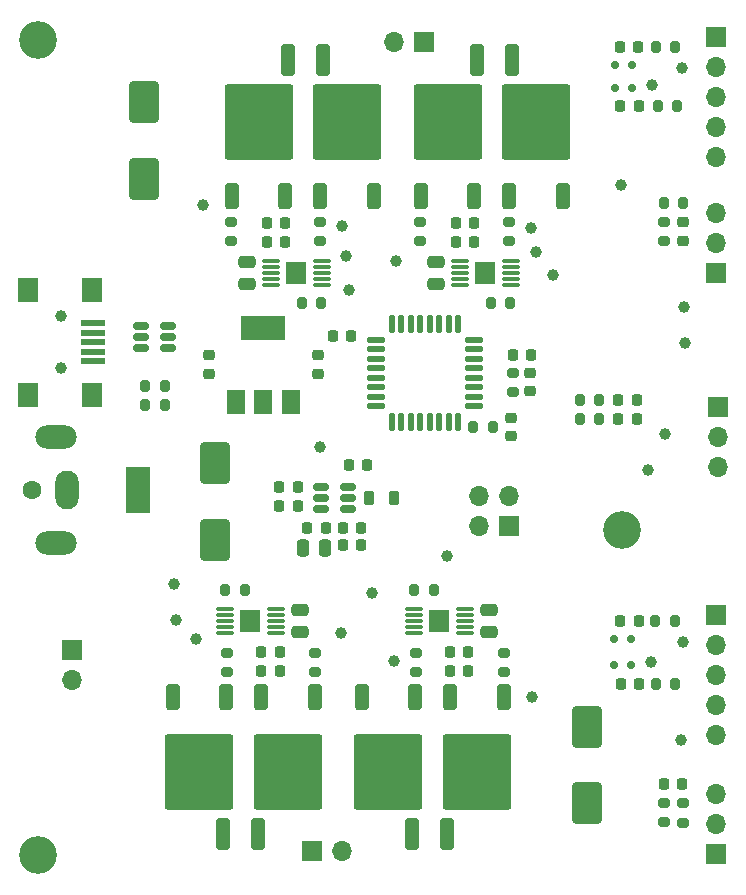
<source format=gbr>
%TF.GenerationSoftware,KiCad,Pcbnew,7.0.1*%
%TF.CreationDate,2024-02-19T12:40:40+01:00*%
%TF.ProjectId,BallBalancer,42616c6c-4261-46c6-916e-6365722e6b69,rev?*%
%TF.SameCoordinates,Original*%
%TF.FileFunction,Soldermask,Top*%
%TF.FilePolarity,Negative*%
%FSLAX46Y46*%
G04 Gerber Fmt 4.6, Leading zero omitted, Abs format (unit mm)*
G04 Created by KiCad (PCBNEW 7.0.1) date 2024-02-19 12:40:40*
%MOMM*%
%LPD*%
G01*
G04 APERTURE LIST*
G04 Aperture macros list*
%AMRoundRect*
0 Rectangle with rounded corners*
0 $1 Rounding radius*
0 $2 $3 $4 $5 $6 $7 $8 $9 X,Y pos of 4 corners*
0 Add a 4 corners polygon primitive as box body*
4,1,4,$2,$3,$4,$5,$6,$7,$8,$9,$2,$3,0*
0 Add four circle primitives for the rounded corners*
1,1,$1+$1,$2,$3*
1,1,$1+$1,$4,$5*
1,1,$1+$1,$6,$7*
1,1,$1+$1,$8,$9*
0 Add four rect primitives between the rounded corners*
20,1,$1+$1,$2,$3,$4,$5,0*
20,1,$1+$1,$4,$5,$6,$7,0*
20,1,$1+$1,$6,$7,$8,$9,0*
20,1,$1+$1,$8,$9,$2,$3,0*%
G04 Aperture macros list end*
%ADD10R,1.700000X1.700000*%
%ADD11O,1.700000X1.700000*%
%ADD12RoundRect,0.218750X0.218750X0.256250X-0.218750X0.256250X-0.218750X-0.256250X0.218750X-0.256250X0*%
%ADD13RoundRect,0.225000X-0.225000X-0.250000X0.225000X-0.250000X0.225000X0.250000X-0.225000X0.250000X0*%
%ADD14RoundRect,0.200000X-0.200000X-0.275000X0.200000X-0.275000X0.200000X0.275000X-0.200000X0.275000X0*%
%ADD15C,1.000000*%
%ADD16RoundRect,0.125000X0.625000X0.125000X-0.625000X0.125000X-0.625000X-0.125000X0.625000X-0.125000X0*%
%ADD17RoundRect,0.125000X0.125000X0.625000X-0.125000X0.625000X-0.125000X-0.625000X0.125000X-0.625000X0*%
%ADD18RoundRect,0.150000X-0.150000X-0.200000X0.150000X-0.200000X0.150000X0.200000X-0.150000X0.200000X0*%
%ADD19RoundRect,0.225000X0.225000X0.250000X-0.225000X0.250000X-0.225000X-0.250000X0.225000X-0.250000X0*%
%ADD20RoundRect,0.150000X-0.512500X-0.150000X0.512500X-0.150000X0.512500X0.150000X-0.512500X0.150000X0*%
%ADD21RoundRect,0.200000X0.200000X0.275000X-0.200000X0.275000X-0.200000X-0.275000X0.200000X-0.275000X0*%
%ADD22RoundRect,0.200000X0.275000X-0.200000X0.275000X0.200000X-0.275000X0.200000X-0.275000X-0.200000X0*%
%ADD23RoundRect,0.250000X1.000000X-1.500000X1.000000X1.500000X-1.000000X1.500000X-1.000000X-1.500000X0*%
%ADD24RoundRect,0.250000X-1.000000X1.500000X-1.000000X-1.500000X1.000000X-1.500000X1.000000X1.500000X0*%
%ADD25RoundRect,0.225000X-0.250000X0.225000X-0.250000X-0.225000X0.250000X-0.225000X0.250000X0.225000X0*%
%ADD26RoundRect,0.075000X-0.650000X-0.075000X0.650000X-0.075000X0.650000X0.075000X-0.650000X0.075000X0*%
%ADD27R,1.680000X1.880000*%
%ADD28RoundRect,0.250000X-0.325000X-1.100000X0.325000X-1.100000X0.325000X1.100000X-0.325000X1.100000X0*%
%ADD29RoundRect,0.250000X0.350000X-0.850000X0.350000X0.850000X-0.350000X0.850000X-0.350000X-0.850000X0*%
%ADD30RoundRect,0.249997X2.650003X-2.950003X2.650003X2.950003X-2.650003X2.950003X-2.650003X-2.950003X0*%
%ADD31RoundRect,0.150000X0.512500X0.150000X-0.512500X0.150000X-0.512500X-0.150000X0.512500X-0.150000X0*%
%ADD32RoundRect,0.250000X0.475000X-0.250000X0.475000X0.250000X-0.475000X0.250000X-0.475000X-0.250000X0*%
%ADD33RoundRect,0.200000X-0.275000X0.200000X-0.275000X-0.200000X0.275000X-0.200000X0.275000X0.200000X0*%
%ADD34C,3.200000*%
%ADD35RoundRect,0.250000X-0.350000X0.850000X-0.350000X-0.850000X0.350000X-0.850000X0.350000X0.850000X0*%
%ADD36RoundRect,0.249997X-2.650003X2.950003X-2.650003X-2.950003X2.650003X-2.950003X2.650003X2.950003X0*%
%ADD37RoundRect,0.250000X-0.475000X0.250000X-0.475000X-0.250000X0.475000X-0.250000X0.475000X0.250000X0*%
%ADD38RoundRect,0.075000X0.650000X0.075000X-0.650000X0.075000X-0.650000X-0.075000X0.650000X-0.075000X0*%
%ADD39RoundRect,0.225000X0.250000X-0.225000X0.250000X0.225000X-0.250000X0.225000X-0.250000X-0.225000X0*%
%ADD40RoundRect,0.218750X-0.218750X-0.381250X0.218750X-0.381250X0.218750X0.381250X-0.218750X0.381250X0*%
%ADD41R,1.500000X2.000000*%
%ADD42R,3.800000X2.000000*%
%ADD43C,1.600000*%
%ADD44R,2.000000X4.000000*%
%ADD45O,2.000000X3.300000*%
%ADD46O,3.500000X2.000000*%
%ADD47RoundRect,0.250000X0.325000X1.100000X-0.325000X1.100000X-0.325000X-1.100000X0.325000X-1.100000X0*%
%ADD48RoundRect,0.250000X-0.250000X-0.475000X0.250000X-0.475000X0.250000X0.475000X-0.250000X0.475000X0*%
%ADD49R,2.000000X0.500000*%
%ADD50R,1.700000X2.000000*%
G04 APERTURE END LIST*
D10*
%TO.C,J10*%
X89410000Y-113660000D03*
D11*
X89410000Y-116200000D03*
%TD*%
D12*
%TO.C,D1*%
X137187500Y-94100000D03*
X135612500Y-94100000D03*
%TD*%
D10*
%TO.C,J4*%
X143900000Y-130900000D03*
D11*
X143900000Y-128360000D03*
X143900000Y-125820000D03*
%TD*%
D10*
%TO.C,J7*%
X143900000Y-81760000D03*
D11*
X143900000Y-79220000D03*
X143900000Y-76680000D03*
%TD*%
D13*
%TO.C,C31*%
X105411451Y-113805292D03*
X106961451Y-113805292D03*
%TD*%
D14*
%TO.C,R5*%
X95575000Y-91300000D03*
X97225000Y-91300000D03*
%TD*%
D15*
%TO.C,TP2*%
X138200000Y-98450000D03*
%TD*%
D16*
%TO.C,U9*%
X123445000Y-93005000D03*
X123445000Y-92205000D03*
X123445000Y-91405000D03*
X123445000Y-90605000D03*
X123445000Y-89805000D03*
X123445000Y-89005000D03*
X123445000Y-88205000D03*
X123445000Y-87405000D03*
D17*
X122070000Y-86030000D03*
X121270000Y-86030000D03*
X120470000Y-86030000D03*
X119670000Y-86030000D03*
X118870000Y-86030000D03*
X118070000Y-86030000D03*
X117270000Y-86030000D03*
X116470000Y-86030000D03*
D16*
X115095000Y-87405000D03*
X115095000Y-88205000D03*
X115095000Y-89005000D03*
X115095000Y-89805000D03*
X115095000Y-90605000D03*
X115095000Y-91405000D03*
X115095000Y-92205000D03*
X115095000Y-93005000D03*
D17*
X116470000Y-94380000D03*
X117270000Y-94380000D03*
X118070000Y-94380000D03*
X118870000Y-94380000D03*
X119670000Y-94380000D03*
X120470000Y-94380000D03*
X121270000Y-94380000D03*
X122070000Y-94380000D03*
%TD*%
D15*
%TO.C,TP17*%
X99850000Y-112700000D03*
%TD*%
D18*
%TO.C,D6*%
X136800000Y-64100000D03*
X135400000Y-64100000D03*
%TD*%
D19*
%TO.C,C32*%
X123462500Y-79120000D03*
X121912500Y-79120000D03*
%TD*%
D20*
%TO.C,U6*%
X110462500Y-99850000D03*
X110462500Y-100800000D03*
X110462500Y-101750000D03*
X112737500Y-101750000D03*
X112737500Y-100800000D03*
X112737500Y-99850000D03*
%TD*%
D21*
%TO.C,R17*%
X110512500Y-84320000D03*
X108862500Y-84320000D03*
%TD*%
D19*
%TO.C,C34*%
X123462500Y-77520000D03*
X121912500Y-77520000D03*
%TD*%
D10*
%TO.C,J5*%
X143900000Y-110740000D03*
D11*
X143900000Y-113280000D03*
X143900000Y-115820000D03*
X143900000Y-118360000D03*
X143900000Y-120900000D03*
%TD*%
D12*
%TO.C,D2*%
X137187500Y-92500000D03*
X135612500Y-92500000D03*
%TD*%
D22*
%TO.C,R22*%
X109986451Y-115530292D03*
X109986451Y-113880292D03*
%TD*%
D15*
%TO.C,TP1*%
X139600000Y-95400000D03*
%TD*%
D18*
%TO.C,D3*%
X136700000Y-114900000D03*
X135300000Y-114900000D03*
%TD*%
D15*
%TO.C,TP22*%
X130150000Y-81900000D03*
%TD*%
D23*
%TO.C,C36*%
X133000000Y-126650000D03*
X133000000Y-120150000D03*
%TD*%
D13*
%TO.C,C13*%
X121411451Y-113805292D03*
X122961451Y-113805292D03*
%TD*%
D15*
%TO.C,TP19*%
X128250000Y-77900000D03*
%TD*%
D21*
%TO.C,R27*%
X126512500Y-84320000D03*
X124862500Y-84320000D03*
%TD*%
D24*
%TO.C,C15*%
X101500000Y-97850000D03*
X101500000Y-104350000D03*
%TD*%
D25*
%TO.C,C1*%
X128200000Y-90225000D03*
X128200000Y-91775000D03*
%TD*%
D13*
%TO.C,C11*%
X121411451Y-115405292D03*
X122961451Y-115405292D03*
%TD*%
D15*
%TO.C,TP4*%
X140930000Y-121320000D03*
%TD*%
D13*
%TO.C,C33*%
X105411451Y-115405292D03*
X106961451Y-115405292D03*
%TD*%
D26*
%TO.C,U4*%
X106237500Y-80720000D03*
X106237500Y-81220000D03*
X106237500Y-81720000D03*
X106237500Y-82220000D03*
X106237500Y-82720000D03*
X110537500Y-82720000D03*
X110537500Y-82220000D03*
X110537500Y-81720000D03*
X110537500Y-81220000D03*
X110537500Y-80720000D03*
D27*
X108387500Y-81720000D03*
%TD*%
D21*
%TO.C,R12*%
X140625000Y-67620000D03*
X138975000Y-67620000D03*
%TD*%
D28*
%TO.C,C27*%
X118211451Y-129205292D03*
X121161451Y-129205292D03*
%TD*%
D29*
%TO.C,Q4*%
X110407500Y-75260000D03*
D30*
X112687500Y-68960000D03*
D29*
X114967500Y-75260000D03*
%TD*%
D28*
%TO.C,C24*%
X102211451Y-129205292D03*
X105161451Y-129205292D03*
%TD*%
D14*
%TO.C,R2*%
X132375000Y-92500000D03*
X134025000Y-92500000D03*
%TD*%
D15*
%TO.C,TP6*%
X138500000Y-65820000D03*
%TD*%
D31*
%TO.C,U2*%
X97537500Y-88100000D03*
X97537500Y-87150000D03*
X97537500Y-86200000D03*
X95262500Y-86200000D03*
X95262500Y-87150000D03*
X95262500Y-88100000D03*
%TD*%
D32*
%TO.C,C20*%
X104187500Y-82670000D03*
X104187500Y-80770000D03*
%TD*%
D19*
%TO.C,C8*%
X137375000Y-67620000D03*
X135825000Y-67620000D03*
%TD*%
D33*
%TO.C,R23*%
X102486451Y-113880292D03*
X102486451Y-115530292D03*
%TD*%
D13*
%TO.C,C26*%
X112325000Y-104800000D03*
X113875000Y-104800000D03*
%TD*%
D34*
%TO.C,H2*%
X136000000Y-103500000D03*
%TD*%
D29*
%TO.C,Q8*%
X126407500Y-75260000D03*
D30*
X128687500Y-68960000D03*
D29*
X130967500Y-75260000D03*
%TD*%
D35*
%TO.C,Q6*%
X102466451Y-117665292D03*
D36*
X100186451Y-123965292D03*
D35*
X97906451Y-117665292D03*
%TD*%
D14*
%TO.C,R14*%
X139475000Y-75835000D03*
X141125000Y-75835000D03*
%TD*%
D34*
%TO.C,H3*%
X86500000Y-62000000D03*
%TD*%
D37*
%TO.C,C19*%
X124686451Y-110255292D03*
X124686451Y-112155292D03*
%TD*%
D35*
%TO.C,Q5*%
X109966451Y-117665292D03*
D36*
X107686451Y-123965292D03*
D35*
X105406451Y-117665292D03*
%TD*%
D14*
%TO.C,R6*%
X95575000Y-92900000D03*
X97225000Y-92900000D03*
%TD*%
D15*
%TO.C,TP24*%
X121150000Y-105700000D03*
%TD*%
D29*
%TO.C,Q7*%
X118907500Y-75260000D03*
D30*
X121187500Y-68960000D03*
D29*
X123467500Y-75260000D03*
%TD*%
D22*
%TO.C,R25*%
X126387500Y-79045000D03*
X126387500Y-77395000D03*
%TD*%
D18*
%TO.C,D5*%
X136800000Y-66100000D03*
X135400000Y-66100000D03*
%TD*%
D19*
%TO.C,C22*%
X114375000Y-98000000D03*
X112825000Y-98000000D03*
%TD*%
D13*
%TO.C,C7*%
X139525000Y-125020000D03*
X141075000Y-125020000D03*
%TD*%
D26*
%TO.C,U8*%
X122237500Y-80720000D03*
X122237500Y-81220000D03*
X122237500Y-81720000D03*
X122237500Y-82220000D03*
X122237500Y-82720000D03*
X126537500Y-82720000D03*
X126537500Y-82220000D03*
X126537500Y-81720000D03*
X126537500Y-81220000D03*
X126537500Y-80720000D03*
D27*
X124387500Y-81720000D03*
%TD*%
D15*
%TO.C,TP5*%
X141100000Y-113000000D03*
%TD*%
D35*
%TO.C,Q2*%
X118466451Y-117665292D03*
D36*
X116186451Y-123965292D03*
D35*
X113906451Y-117665292D03*
%TD*%
D34*
%TO.C,H1*%
X86500000Y-131000000D03*
%TD*%
D38*
%TO.C,U7*%
X106636451Y-112205292D03*
X106636451Y-111705292D03*
X106636451Y-111205292D03*
X106636451Y-110705292D03*
X106636451Y-110205292D03*
X102336451Y-110205292D03*
X102336451Y-110705292D03*
X102336451Y-111205292D03*
X102336451Y-111705292D03*
X102336451Y-112205292D03*
D27*
X104486451Y-111205292D03*
%TD*%
D33*
%TO.C,R20*%
X102887500Y-77395000D03*
X102887500Y-79045000D03*
%TD*%
D15*
%TO.C,TP25*%
X98000000Y-108050000D03*
%TD*%
D14*
%TO.C,R1*%
X132375000Y-94100000D03*
X134025000Y-94100000D03*
%TD*%
D24*
%TO.C,C35*%
X95500000Y-67300000D03*
X95500000Y-73800000D03*
%TD*%
D33*
%TO.C,R3*%
X126700000Y-90175000D03*
X126700000Y-91825000D03*
%TD*%
D22*
%TO.C,R10*%
X141100000Y-128270000D03*
X141100000Y-126620000D03*
%TD*%
D15*
%TO.C,TP13*%
X112250000Y-77750000D03*
%TD*%
D12*
%TO.C,D7*%
X108487500Y-101500000D03*
X106912500Y-101500000D03*
%TD*%
D39*
%TO.C,C18*%
X101000000Y-90275000D03*
X101000000Y-88725000D03*
%TD*%
D10*
%TO.C,J3*%
X126390000Y-103190000D03*
D11*
X123850000Y-103190000D03*
X126390000Y-100650000D03*
X123850000Y-100650000D03*
%TD*%
D39*
%TO.C,C2*%
X126600000Y-95575000D03*
X126600000Y-94025000D03*
%TD*%
D40*
%TO.C,L1*%
X114537500Y-100800000D03*
X116662500Y-100800000D03*
%TD*%
D21*
%TO.C,R8*%
X140475000Y-116500000D03*
X138825000Y-116500000D03*
%TD*%
D39*
%TO.C,C21*%
X110200000Y-90275000D03*
X110200000Y-88725000D03*
%TD*%
D32*
%TO.C,C30*%
X120187500Y-82670000D03*
X120187500Y-80770000D03*
%TD*%
D15*
%TO.C,TP20*%
X114800000Y-108800000D03*
%TD*%
D41*
%TO.C,U5*%
X103300000Y-92700000D03*
X105600000Y-92700000D03*
D42*
X105600000Y-86400000D03*
D41*
X107900000Y-92700000D03*
%TD*%
D15*
%TO.C,TP9*%
X141200000Y-84600000D03*
%TD*%
D10*
%TO.C,M1*%
X109686451Y-130705292D03*
D11*
X112226451Y-130705292D03*
%TD*%
D10*
%TO.C,J6*%
X143900000Y-61740000D03*
D11*
X143900000Y-64280000D03*
X143900000Y-66820000D03*
X143900000Y-69360000D03*
X143900000Y-71900000D03*
%TD*%
D13*
%TO.C,C4*%
X111450000Y-87100000D03*
X113000000Y-87100000D03*
%TD*%
D15*
%TO.C,TP7*%
X135900000Y-74300000D03*
%TD*%
%TO.C,TP12*%
X100500000Y-75950000D03*
%TD*%
%TO.C,TP18*%
X116850000Y-80700000D03*
%TD*%
D22*
%TO.C,R21*%
X110387500Y-79045000D03*
X110387500Y-77395000D03*
%TD*%
D15*
%TO.C,TP16*%
X112150000Y-112200000D03*
%TD*%
%TO.C,TP15*%
X110350000Y-96450000D03*
%TD*%
%TO.C,TP11*%
X116650000Y-114600000D03*
%TD*%
D18*
%TO.C,D4*%
X136700000Y-112700000D03*
X135300000Y-112700000D03*
%TD*%
D22*
%TO.C,R9*%
X139500000Y-128245000D03*
X139500000Y-126595000D03*
%TD*%
%TO.C,R13*%
X139475000Y-79060000D03*
X139475000Y-77410000D03*
%TD*%
D10*
%TO.C,M2*%
X119187500Y-62220000D03*
D11*
X116647500Y-62220000D03*
%TD*%
D43*
%TO.C,J8*%
X86000000Y-100100000D03*
D44*
X95000000Y-100100000D03*
D45*
X89000000Y-100100000D03*
D46*
X88000000Y-95600000D03*
X88000000Y-104600000D03*
%TD*%
D19*
%TO.C,C3*%
X128250000Y-88700000D03*
X126700000Y-88700000D03*
%TD*%
D47*
%TO.C,C28*%
X126662500Y-63720000D03*
X123712500Y-63720000D03*
%TD*%
D19*
%TO.C,C5*%
X137400000Y-116500000D03*
X135850000Y-116500000D03*
%TD*%
D48*
%TO.C,C17*%
X108950000Y-105050000D03*
X110850000Y-105050000D03*
%TD*%
D12*
%TO.C,D8*%
X108487500Y-99900000D03*
X106912500Y-99900000D03*
%TD*%
D33*
%TO.C,R19*%
X118486451Y-113880292D03*
X118486451Y-115530292D03*
%TD*%
D19*
%TO.C,C6*%
X137375000Y-111190000D03*
X135825000Y-111190000D03*
%TD*%
D14*
%TO.C,R4*%
X123375000Y-94800000D03*
X125025000Y-94800000D03*
%TD*%
D15*
%TO.C,TP8*%
X141000000Y-64400000D03*
%TD*%
%TO.C,TP23*%
X98200000Y-111100000D03*
%TD*%
D14*
%TO.C,R16*%
X118361451Y-108605292D03*
X120011451Y-108605292D03*
%TD*%
D15*
%TO.C,TP26*%
X112850000Y-83150000D03*
%TD*%
D21*
%TO.C,R11*%
X140425000Y-111190000D03*
X138775000Y-111190000D03*
%TD*%
D37*
%TO.C,C29*%
X108686451Y-110255292D03*
X108686451Y-112155292D03*
%TD*%
D13*
%TO.C,C16*%
X109325000Y-103300000D03*
X110875000Y-103300000D03*
%TD*%
D15*
%TO.C,TP3*%
X138400000Y-114700000D03*
%TD*%
D22*
%TO.C,R18*%
X125986451Y-115530292D03*
X125986451Y-113880292D03*
%TD*%
D19*
%TO.C,C9*%
X137350000Y-62620000D03*
X135800000Y-62620000D03*
%TD*%
D14*
%TO.C,R26*%
X102361451Y-108605292D03*
X104011451Y-108605292D03*
%TD*%
D15*
%TO.C,J1*%
X88500000Y-85400000D03*
X88500000Y-89800000D03*
D49*
X91200000Y-86000000D03*
X91200000Y-86800000D03*
X91200000Y-87600000D03*
X91200000Y-88400000D03*
X91200000Y-89200000D03*
D50*
X91100000Y-83150000D03*
X85650000Y-83150000D03*
X91100000Y-92050000D03*
X85650000Y-92050000D03*
%TD*%
D13*
%TO.C,C23*%
X112325000Y-103300000D03*
X113875000Y-103300000D03*
%TD*%
D15*
%TO.C,TP14*%
X141250000Y-87700000D03*
%TD*%
%TO.C,TP10*%
X128350000Y-117650000D03*
%TD*%
D21*
%TO.C,R15*%
X140450000Y-62620000D03*
X138800000Y-62620000D03*
%TD*%
D15*
%TO.C,TP27*%
X112600000Y-80300000D03*
%TD*%
%TO.C,TP21*%
X128700000Y-80000000D03*
%TD*%
D19*
%TO.C,C14*%
X107462500Y-79120000D03*
X105912500Y-79120000D03*
%TD*%
%TO.C,C12*%
X107462500Y-77520000D03*
X105912500Y-77520000D03*
%TD*%
D10*
%TO.C,J2*%
X144100000Y-93080000D03*
D11*
X144100000Y-95620000D03*
X144100000Y-98160000D03*
%TD*%
D39*
%TO.C,C10*%
X141100000Y-79010000D03*
X141100000Y-77460000D03*
%TD*%
D38*
%TO.C,U3*%
X122636451Y-112205292D03*
X122636451Y-111705292D03*
X122636451Y-111205292D03*
X122636451Y-110705292D03*
X122636451Y-110205292D03*
X118336451Y-110205292D03*
X118336451Y-110705292D03*
X118336451Y-111205292D03*
X118336451Y-111705292D03*
X118336451Y-112205292D03*
D27*
X120486451Y-111205292D03*
%TD*%
D35*
%TO.C,Q1*%
X125966451Y-117665292D03*
D36*
X123686451Y-123965292D03*
D35*
X121406451Y-117665292D03*
%TD*%
D47*
%TO.C,C25*%
X110662500Y-63720000D03*
X107712500Y-63720000D03*
%TD*%
D29*
%TO.C,Q3*%
X102907500Y-75260000D03*
D30*
X105187500Y-68960000D03*
D29*
X107467500Y-75260000D03*
%TD*%
D33*
%TO.C,R24*%
X118887500Y-77395000D03*
X118887500Y-79045000D03*
%TD*%
M02*

</source>
